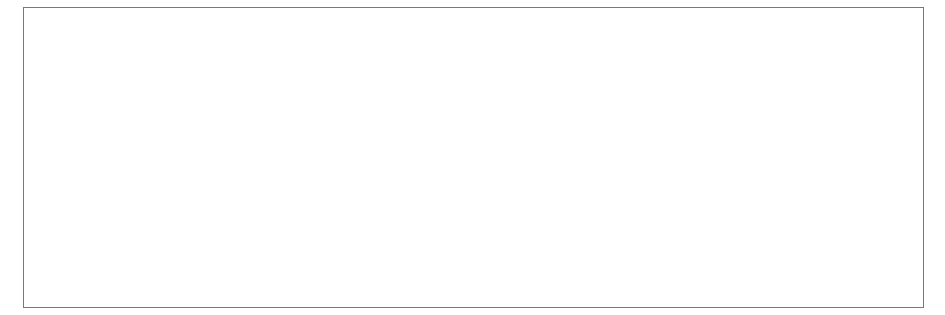
<source format=gbr>
G04 #@! TF.GenerationSoftware,KiCad,Pcbnew,(5.1.5)-3*
G04 #@! TF.CreationDate,2020-05-18T11:13:30-07:00*
G04 #@! TF.ProjectId,Conductivity_Sensor,436f6e64-7563-4746-9976-6974795f5365,rev?*
G04 #@! TF.SameCoordinates,Original*
G04 #@! TF.FileFunction,Profile,NP*
%FSLAX46Y46*%
G04 Gerber Fmt 4.6, Leading zero omitted, Abs format (unit mm)*
G04 Created by KiCad (PCBNEW (5.1.5)-3) date 2020-05-18 11:13:30*
%MOMM*%
%LPD*%
G04 APERTURE LIST*
%ADD10C,0.050000*%
G04 APERTURE END LIST*
D10*
X101600000Y-76200000D02*
X177800000Y-76200000D01*
X177800000Y-50800000D02*
X101600000Y-50800000D01*
X177800000Y-76200000D02*
X177800000Y-50800000D01*
X101600000Y-50800000D02*
X101600000Y-76200000D01*
M02*

</source>
